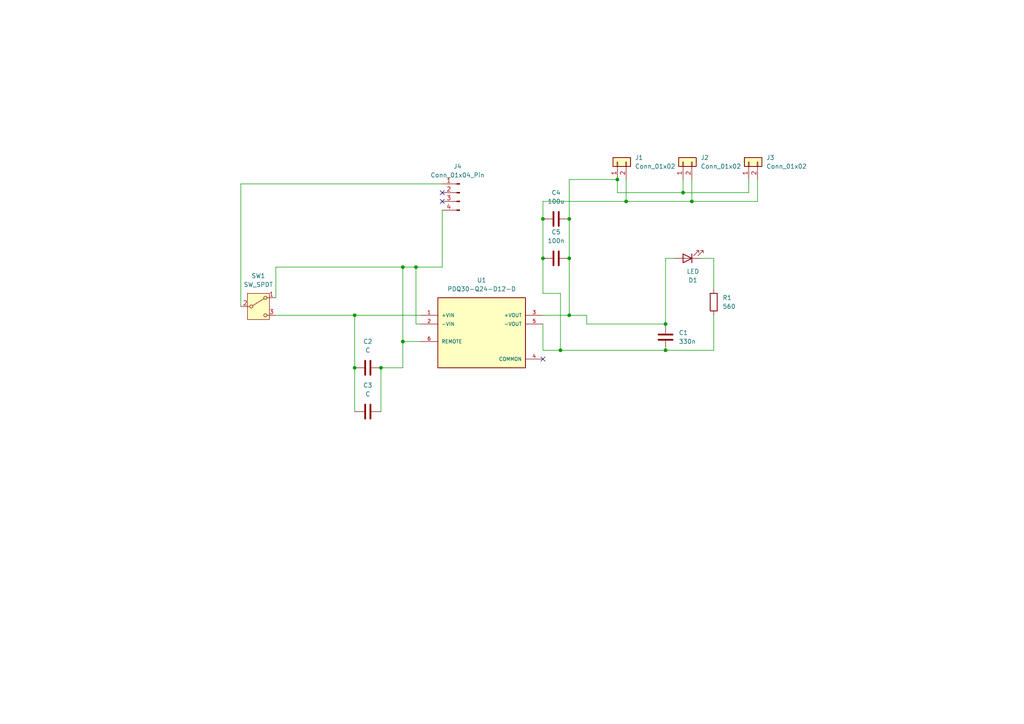
<source format=kicad_sch>
(kicad_sch (version 20250114) (generator "eeschema") (generator_version "9.0")
  (paper "A4")
  (lib_symbols
    (symbol "Connector:Conn_01x04_Pin" (pin_names (offset 1.016) (hide yes))
      (property "Reference" "J" (at 0 5.08 0))
      (property "Value" "Conn_01x04_Pin" (at 0 -7.62 0))
      (symbol "Conn_01x04_Pin_1_1"
        (rectangle (start 0.8636 2.667) (end 0 2.413) (stroke (width 0.1524)) (fill (type outline)))
        (rectangle (start 0.8636 0.127) (end 0 -0.127) (stroke (width 0.1524)) (fill (type outline)))
        (rectangle (start 0.8636 -2.413) (end 0 -2.667) (stroke (width 0.1524)) (fill (type outline)))
        (rectangle (start 0.8636 -4.953) (end 0 -5.207) (stroke (width 0.1524)) (fill (type outline)))
        (polyline (pts (xy 1.27 2.54) (xy 0.8636 2.54)) (stroke (width 0.1524)))
        (polyline (pts (xy 1.27 0) (xy 0.8636 0)) (stroke (width 0.1524)))
        (polyline (pts (xy 1.27 -2.54) (xy 0.8636 -2.54)) (stroke (width 0.1524)))
        (polyline (pts (xy 1.27 -5.08) (xy 0.8636 -5.08)) (stroke (width 0.1524)))
        (pin passive line (at 5.08 2.54 180) (length 3.81) (name "Pin_1") (number "1"))
        (pin passive line (at 5.08 0 180) (length 3.81) (name "Pin_2") (number "2"))
        (pin passive line (at 5.08 -2.54 180) (length 3.81) (name "Pin_3") (number "3"))
        (pin passive line (at 5.08 -5.08 180) (length 3.81) (name "Pin_4") (number "4"))
      )
    )
    (symbol "Connector_Generic:Conn_01x02" (pin_names (offset 1.016) (hide yes))
      (property "Reference" "J" (at 0 2.54 0))
      (property "Value" "Conn_01x02" (at 0 -5.08 0))
      (symbol "Conn_01x02_1_1"
        (rectangle (start -1.27 1.27) (end 1.27 -3.81) (stroke (width 0.254)) (fill (type background)))
        (rectangle (start -1.27 0.127) (end 0 -0.127) (stroke (width 0.1524)))
        (rectangle (start -1.27 -2.413) (end 0 -2.667) (stroke (width 0.1524)))
        (pin passive line (at -5.08 0 0) (length 3.81) (name "Pin_1") (number "1"))
        (pin passive line (at -5.08 -2.54 0) (length 3.81) (name "Pin_2") (number "2"))
      )
    )
    (symbol "Device:C" (pin_numbers (hide yes)) (pin_names (offset 0.254))
      (property "Reference" "C" (at 0.635 2.54 0))
      (property "Value" "C" (at 0.635 -2.54 0))
      (symbol "C_0_1"
        (polyline (pts (xy -2.032 0.762) (xy 2.032 0.762)) (stroke (width 0.508)))
        (polyline (pts (xy -2.032 -0.762) (xy 2.032 -0.762)) (stroke (width 0.508)))
      )
      (symbol "C_1_1"
        (pin passive line (at 0 3.81 270) (length 2.794) (name "~") (number "1"))
        (pin passive line (at 0 -3.81 90) (length 2.794) (name "~") (number "2"))
      )
    )
    (symbol "Device:LED" (pin_numbers (hide yes)) (pin_names (offset 1.016) (hide yes))
      (property "Reference" "D" (at 0 2.54 0))
      (property "Value" "LED" (at 0 -2.54 0))
      (symbol "LED_0_1"
        (polyline (pts (xy -3.048 -0.762) (xy -4.572 -2.286) (xy -3.81 -2.286) (xy -4.572 -2.286) (xy -4.572 -1.524)))
        (polyline (pts (xy -1.778 -0.762) (xy -3.302 -2.286) (xy -2.54 -2.286) (xy -3.302 -2.286) (xy -3.302 -1.524)))
        (polyline (pts (xy -1.27 0) (xy 1.27 0)))
        (polyline (pts (xy -1.27 -1.27) (xy -1.27 1.27)) (stroke (width 0.254)))
        (polyline (pts (xy 1.27 -1.27) (xy 1.27 1.27) (xy -1.27 0) (xy 1.27 -1.27)) (stroke (width 0.254)))
      )
      (symbol "LED_1_1"
        (pin passive line (at -3.81 0 0) (length 2.54) (name "K") (number "1"))
        (pin passive line (at 3.81 0 180) (length 2.54) (name "A") (number "2"))
      )
    )
    (symbol "Device:R" (pin_numbers (hide yes)) (pin_names (offset 0))
      (property "Reference" "R" (at 2.032 0 90))
      (property "Value" "R" (at 0 0 90))
      (symbol "R_0_1"
        (rectangle (start -1.016 -2.54) (end 1.016 2.54) (stroke (width 0.254)))
      )
      (symbol "R_1_1"
        (pin passive line (at 0 3.81 270) (length 1.27) (name "~") (number "1"))
        (pin passive line (at 0 -3.81 90) (length 1.27) (name "~") (number "2"))
      )
    )
    (symbol "PDQ30-Q24-D12-D:PDQ30-Q24-D12-D" (pin_names (offset 1.016))
      (property "Reference" "U" (at -12.7117 10.1694 0))
      (property "Value" "PDQ30-Q24-D12-D" (at -12.7338 -12.7338 0))
      (symbol "PDQ30-Q24-D12-D_0_0"
        (rectangle (start -12.7 -10.16) (end 12.7 10.16) (stroke (width 0.254)) (fill (type background)))
        (pin input line (at -17.78 5.08 0) (length 5.08) (name "+VIN") (number "1"))
        (pin input line (at -17.78 2.54 0) (length 5.08) (name "-VIN") (number "2"))
        (pin input line (at -17.78 -2.54 0) (length 5.08) (name "REMOTE") (number "6"))
        (pin output line (at 17.78 5.08 180) (length 5.08) (name "+VOUT") (number "3"))
        (pin output line (at 17.78 2.54 180) (length 5.08) (name "-VOUT") (number "5"))
        (pin power_in line (at 17.78 -7.62 180) (length 5.08) (name "COMMON") (number "4"))
      )
    )
    (symbol "Switch:SW_SPDT" (pin_names (offset 0) (hide yes))
      (property "Reference" "SW" (at 0 5.08 0))
      (property "Value" "SW_SPDT" (at 0 -5.08 0))
      (symbol "SW_SPDT_0_1"
        (circle (center -2.032 0) (radius 0.4572))
        (polyline (pts (xy -1.651 0.254) (xy 1.651 2.286)))
        (circle (center 2.032 2.54) (radius 0.4572))
        (circle (center 2.032 -2.54) (radius 0.4572))
      )
      (symbol "SW_SPDT_1_1"
        (rectangle (start -3.175 3.81) (end 3.175 -3.81) (fill (type background)))
        (pin passive line (at -5.08 0 0) (length 2.54) (name "B") (number "2"))
        (pin passive line (at 5.08 2.54 180) (length 2.54) (name "A") (number "1"))
        (pin passive line (at 5.08 -2.54 180) (length 2.54) (name "C") (number "3"))
      )
    )
  )
  (junction (at 157.48 63.5))
  (junction (at 179.07 52.07))
  (junction (at 110.49 106.68))
  (junction (at 165.1 91.44))
  (junction (at 102.87 106.68))
  (junction (at 198.12 55.88))
  (junction (at 200.66 58.42))
  (junction (at 157.48 74.93))
  (junction (at 102.87 91.44))
  (junction (at 120.65 77.47))
  (junction (at 116.84 99.06))
  (junction (at 165.1 74.93))
  (junction (at 165.1 63.5))
  (junction (at 193.04 101.6))
  (junction (at 116.84 77.47))
  (junction (at 181.61 58.42))
  (junction (at 162.56 101.6))
  (junction (at 193.04 93.98))
  (no_connect (at 128.27 58.42))
  (no_connect (at 128.27 55.88))
  (no_connect (at 157.48 104.14))
  (wire (pts (xy 120.65 77.47) (xy 128.27 77.47)))
  (wire (pts (xy 157.48 74.93) (xy 157.48 85.09)))
  (wire (pts (xy 157.48 58.42) (xy 157.48 63.5)))
  (wire (pts (xy 110.49 106.68) (xy 110.49 119.38)))
  (wire (pts (xy 157.48 63.5) (xy 157.48 74.93)))
  (wire (pts (xy 165.1 74.93) (xy 165.1 91.44)))
  (wire (pts (xy 121.92 93.98) (xy 120.65 93.98)))
  (wire (pts (xy 120.65 77.47) (xy 120.65 93.98)))
  (wire (pts (xy 217.17 52.07) (xy 217.17 55.88)))
  (wire (pts (xy 198.12 55.88) (xy 217.17 55.88)))
  (wire (pts (xy 165.1 63.5) (xy 165.1 52.07)))
  (wire (pts (xy 110.49 106.68) (xy 116.84 106.68)))
  (wire (pts (xy 157.48 101.6) (xy 162.56 101.6)))
  (wire (pts (xy 165.1 52.07) (xy 179.07 52.07)))
  (wire (pts (xy 200.66 52.07) (xy 200.66 58.42)))
  (wire (pts (xy 165.1 63.5) (xy 165.1 74.93)))
  (wire (pts (xy 116.84 77.47) (xy 120.65 77.47)))
  (wire (pts (xy 69.85 53.34) (xy 128.27 53.34)))
  (wire (pts (xy 219.71 58.42) (xy 200.66 58.42)))
  (wire (pts (xy 157.48 91.44) (xy 165.1 91.44)))
  (wire (pts (xy 207.01 74.93) (xy 207.01 83.82)))
  (wire (pts (xy 157.48 93.98) (xy 157.48 101.6)))
  (wire (pts (xy 193.04 74.93) (xy 193.04 93.98)))
  (wire (pts (xy 165.1 91.44) (xy 170.18 91.44)))
  (wire (pts (xy 198.12 52.07) (xy 198.12 55.88)))
  (wire (pts (xy 80.01 86.36) (xy 80.01 77.47)))
  (wire (pts (xy 102.87 91.44) (xy 102.87 106.68)))
  (wire (pts (xy 179.07 52.07) (xy 179.07 55.88)))
  (wire (pts (xy 170.18 93.98) (xy 193.04 93.98)))
  (wire (pts (xy 80.01 77.47) (xy 116.84 77.47)))
  (wire (pts (xy 102.87 106.68) (xy 102.87 119.38)))
  (wire (pts (xy 219.71 52.07) (xy 219.71 58.42)))
  (wire (pts (xy 193.04 74.93) (xy 195.58 74.93)))
  (wire (pts (xy 203.2 74.93) (xy 207.01 74.93)))
  (wire (pts (xy 181.61 58.42) (xy 157.48 58.42)))
  (wire (pts (xy 102.87 91.44) (xy 121.92 91.44)))
  (wire (pts (xy 162.56 85.09) (xy 162.56 101.6)))
  (wire (pts (xy 157.48 85.09) (xy 162.56 85.09)))
  (wire (pts (xy 128.27 60.96) (xy 128.27 77.47)))
  (wire (pts (xy 170.18 91.44) (xy 170.18 93.98)))
  (wire (pts (xy 162.56 101.6) (xy 193.04 101.6)))
  (wire (pts (xy 181.61 52.07) (xy 181.61 58.42)))
  (wire (pts (xy 116.84 99.06) (xy 116.84 106.68)))
  (wire (pts (xy 207.01 101.6) (xy 193.04 101.6)))
  (wire (pts (xy 207.01 91.44) (xy 207.01 101.6)))
  (wire (pts (xy 200.66 58.42) (xy 181.61 58.42)))
  (wire (pts (xy 179.07 55.88) (xy 198.12 55.88)))
  (wire (pts (xy 69.85 53.34) (xy 69.85 88.9)))
  (wire (pts (xy 80.01 91.44) (xy 102.87 91.44)))
  (wire (pts (xy 116.84 77.47) (xy 116.84 99.06)))
  (wire (pts (xy 116.84 99.06) (xy 121.92 99.06)))
  (symbol (lib_id "Connector_Generic:Conn_01x02") (at 198.12 46.99 90) (unit 1)
    (property "Reference" "J2" (at 203.2 45.7199 90) (effects (justify right)))
    (property "Value" "Conn_01x02" (at 203.2 48.2599 90) (effects (justify right)))
    (property "Description" "Generic connector, single row, 01x02, script generated (kicad-library-utils/schlib/autogen/connector/)" (effects (hide yes)))
  )
  (symbol (lib_id "Device:C") (at 106.68 106.68 90) (unit 1)
    (property "Reference" "C2" (at 106.68 99.06 90))
    (property "Value" "C" (at 106.68 101.6 90))
    (property "Description" "Unpolarized capacitor" (effects (hide yes)))
  )
  (symbol (lib_id "Device:LED") (at 199.39 74.93 180) (unit 1)
    (property "Reference" "D1" (at 200.9775 81.28 0))
    (property "Value" "LED" (at 200.9775 78.74 0))
    (property "Description" "Light emitting diode" (effects (hide yes)))
    (property "Sim.Pins" "1=K 2=A" (effects (hide yes)))
  )
  (symbol (lib_id "Device:C") (at 161.29 63.5 90) (unit 1)
    (property "Reference" "C4" (at 161.29 55.88 90))
    (property "Value" "100u" (at 161.29 58.42 90))
    (property "Description" "Unpolarized capacitor" (effects (hide yes)))
  )
  (symbol (lib_id "Connector_Generic:Conn_01x02") (at 217.17 46.99 90) (unit 1)
    (property "Reference" "J3" (at 222.25 45.7199 90) (effects (justify right)))
    (property "Value" "Conn_01x02" (at 222.25 48.2599 90) (effects (justify right)))
    (property "Description" "Generic connector, single row, 01x02, script generated (kicad-library-utils/schlib/autogen/connector/)" (effects (hide yes)))
  )
  (symbol (lib_id "Connector:Conn_01x04_Pin") (at 133.35 55.88 0) (mirror y) (unit 1)
    (property "Reference" "J4" (at 132.715 48.26 0))
    (property "Value" "Conn_01x04_Pin" (at 132.715 50.8 0))
    (property "Description" "Generic connector, single row, 01x04, script generated" (effects (hide yes)))
  )
  (symbol (lib_id "Connector_Generic:Conn_01x02") (at 179.07 46.99 90) (unit 1)
    (property "Reference" "J1" (at 184.15 45.7199 90) (effects (justify right)))
    (property "Value" "Conn_01x02" (at 184.15 48.2599 90) (effects (justify right)))
    (property "Footprint" "Connector_PinHeader_2.54mm:PinHeader_1x02_P2.54mm_Horizontal" (effects (hide yes)))
    (property "Description" "Generic connector, single row, 01x02, script generated (kicad-library-utils/schlib/autogen/connector/)" (effects (hide yes)))
  )
  (symbol (lib_id "Device:C") (at 106.68 119.38 90) (unit 1)
    (property "Reference" "C3" (at 106.68 111.76 90))
    (property "Value" "C" (at 106.68 114.3 90))
    (property "Description" "Unpolarized capacitor" (effects (hide yes)))
  )
  (symbol (lib_id "Device:R") (at 207.01 87.63 0) (unit 1)
    (property "Reference" "R1" (at 209.55 86.3599 0) (effects (justify left)))
    (property "Value" "560" (at 209.55 88.8999 0) (effects (justify left)))
    (property "Description" "Resistor" (effects (hide yes)))
  )
  (symbol (lib_id "Device:C") (at 193.04 97.79 0) (unit 1)
    (property "Reference" "C1" (at 196.85 96.5199 0) (effects (justify left)))
    (property "Value" "330n" (at 196.85 99.0599 0) (effects (justify left)))
    (property "Description" "Unpolarized capacitor" (effects (hide yes)))
  )
  (symbol (lib_id "Switch:SW_SPDT") (at 74.93 88.9 0) (unit 1)
    (property "Reference" "SW1" (at 74.93 80.01 0))
    (property "Value" "SW_SPDT" (at 74.93 82.55 0))
    (property "Description" "Switch, single pole double throw" (effects (hide yes)))
  )
  (symbol (lib_id "Device:C") (at 161.29 74.93 270) (unit 1)
    (property "Reference" "C5" (at 161.29 67.31 90))
    (property "Value" "100n" (at 161.29 69.85 90))
    (property "Description" "Unpolarized capacitor" (effects (hide yes)))
  )
  (symbol (lib_id "PDQ30-Q24-D12-D:PDQ30-Q24-D12-D") (at 139.7 96.52 0) (unit 1)
    (property "Reference" "U1" (at 139.7 81.28 0))
    (property "Value" "PDQ30-Q24-D12-D" (at 139.7 83.82 0))
    (property "Footprint" "PDQ30-Q24-D12-D:CONV_PDQ30-Q24-D12-D" (effects (hide yes)))
    (property "Datasheet" "https://www.belfuse.com/media/datasheets/products/power-supplies/PDQ30-D.pdf" (effects (hide yes)))
    (property "Description" "DC DC CONVERTER 12V 30W" (effects (hide yes)))
    (property "PARTREV" "1.0" (effects (hide yes)))
    (property "MANUFACTURER" "CUI Inc" (effects (hide yes)))
    (property "STANDARD" "Manufacturer Recommendations" (effects (hide yes)))
  )
)
</source>
